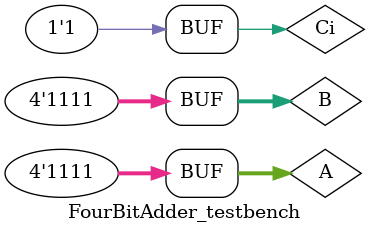
<source format=sv>
module FourBitAdder(A, B, Ci, Cout, Sum);

	input [3:0] A, B;
	input Ci;
	output [3:0] Sum;
	output Cout;
	wire C1, C2, C3, b0, b1, b2, b3;
	//module Full_Adder(A, B, Ci, Cout, Sum);
	//xor = (a & ~b) | (~a & b)
	/*assign b0 = (Ci & ~B[0]) | (~Ci & B[0]);
	assign b1 = (Ci & ~B[1]) | (~Ci & B[1]);
	assign b2 = (Ci & ~B[2]) | (~Ci & B[2]);
	assign b3 = (Ci & ~B[3]) | (~Ci & B[3]);*/
	
	FullAdder U0(A[0], B[0], Ci, C1, Sum[0]);
	FullAdder U1(A[1], B[1], C1, C2, Sum[1]);
	FullAdder U2(A[2], B[2], C2, C3, Sum[2]);
	FullAdder U3(A[3], B[3], C3, Cout, Sum[3]);

endmodule
//testbench
module FourBitAdder_testbench;
	logic [3:0] A, B;
	logic Ci;
	logic [3:0] Sum;
	logic Cout;

	FourBitAdder dut(A, B, Ci, Cout, Sum);
	initial begin
		integer i, j;
		for (i = 0; i < 16; i++) begin
			A = i;
			for (j = 0; j < 16; j++) begin
				B = j;
				Ci = 0;
				$display("A,     B,     Ci, Cout,  Sum");
				$monitor("%4b,  %4b,  %1b,   %1b,    %4b", A, B, Ci, Cout, Sum);
				#10;
				Ci = 1;
				$display("A,     B,     Ci, Cout,  Sum");
				$monitor("%4b,  %4b,  %1b,   %1b,    %4b", A, B, Ci, Cout, Sum);				
				#10;
			end
		end	
	end	
endmodule	
</source>
